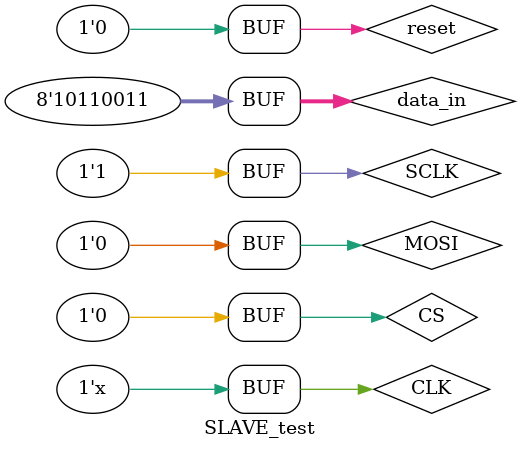
<source format=v>
module SLAVE_test;
reg MOSI, SCLK, CS, reset, CLK;
reg [7:0]data_in;	
wire MISO, done;
wire [7:0]rx;

SLAVE ins(MOSI, SCLK, CS, reset, CLK, data_in, MISO, done, rx);
parameter mode= 2'd2;//[CPOL, CPHA]

always #5 CLK = ~CLK;

initial begin
MOSI= 0;
SCLK= mode[1];
CS= 1;
reset= 1;
CLK= 0;
data_in = 8'b0;

#20 reset= 0;
#10 CS= 0;
#10 data_in= 8'b10110011;
MOSI= 1;
#10 SCLK= ~SCLK;
#10 SCLK= ~SCLK;
MOSI= 1;
#10 SCLK= ~SCLK;
#10 SCLK= ~SCLK;
MOSI= 0;
#10 SCLK= ~SCLK;
#10 SCLK= ~SCLK;
MOSI= 0;
#10 SCLK= ~SCLK;
#10 SCLK= ~SCLK;
MOSI= 1;
#10 SCLK= ~SCLK;
#10 SCLK= ~SCLK;
MOSI= 0;
#10 SCLK= ~SCLK;
#10 SCLK= ~SCLK;
MOSI= 1;
#10 SCLK= ~SCLK;
#10 SCLK= ~SCLK;
MOSI= 0;
#10 SCLK= ~SCLK;
#10 SCLK= ~SCLK;
#20;
end
endmodule

</source>
